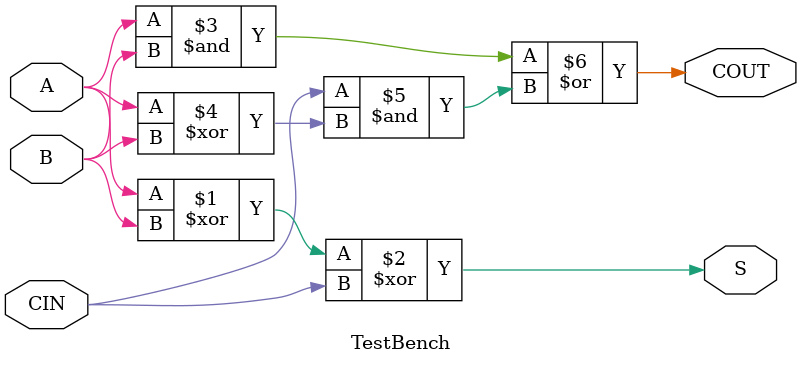
<source format=v>

module TestBench (//ports
		CIN,
		A,
		B,
		S,
		COUT);

input CIN;
input A;
input B;

output S;
output COUT;

// assign means "<="
assign S = A ^ B ^ CIN; // ^: XOR
assign COUT = (A & B) | (CIN & (A ^ B));

endmodule

</source>
